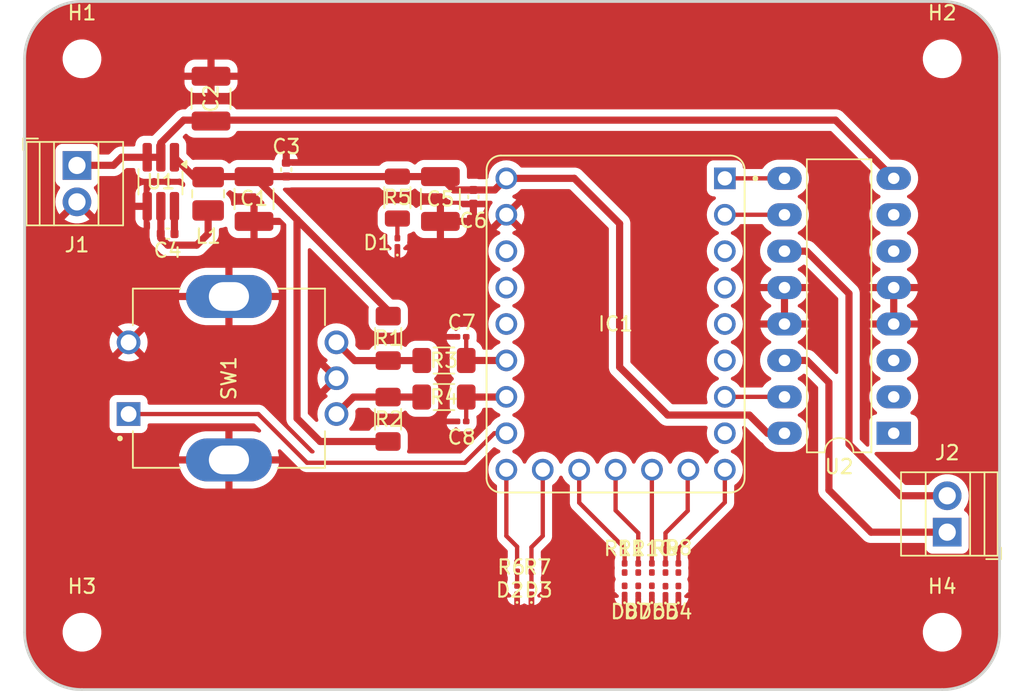
<source format=kicad_pcb>
(kicad_pcb (version 20240108) (generator "pcbnew") (generator_version "8.0")
  (layers (0 "F.Cu" signal) (31 "B.Cu" power) (34 "B.Paste" user) (35 "F.Paste" user) (36 "B.SilkS" user "B.Silkscreen") (37 "F.SilkS" user "F.Silkscreen") (38 "B.Mask" user) (39 "F.Mask" user) (44 "Edge.Cuts" user))
  (net 0 "")
  (net 1 "+5V")
  (net 2 "GND")
  (net 3 "+12V")
  (net 4 "LEFTpin")
  (net 5 "S1")
  (net 6 "S2")
  (net 7 "Apin")
  (net 8 "MpinPWM")
  (net 9 "S5")
  (net 10 "S4")
  (net 12 "MpinA")
  (net 13 "SW")
  (net 14 "S3")
  (net 15 "RIGHTpin")
  (net 17 "MpinB")
  (net 18 "Bpin")
  (net 21 "Net-(J2-Pin_1)")
  (net 22 "Net-(J2-Pin_2)")
  (net 23 "Net-(U1-SW)")
  (net 24 "Net-(D1-A)")
  (net 25 "Net-(R1-Pad2)")
  (net 26 "Net-(R2-Pad1)")
  (net 27 "Net-(U1-BST)")
  (net 28 "Net-(D2-A)")
  (net 29 "Net-(D3-A)")
  (net 30 "Net-(D4-A)")
  (net 31 "Net-(D5-A)")
  (net 32 "Net-(D6-A)")
  (net 33 "Net-(D7-A)")
  (net 34 "Net-(D8-A)")
  (footprint "Package_TO_SOT_SMD:TSOT-23-6_HandSoldering" (layer "F.Cu") (at 137.5 91.58 -90)
    (property "Reference" "U1" (at 0 0 0) (layer "F.SilkS"))
    (property "Value" "AP63200WU")
    (fp_line (start -0.88 1.56) (end 0.88 1.56) (stroke (width 0.12)) (layer "F.SilkS"))
    (fp_line (start 0.08 -1.51) (end -0.72 -1.51) (stroke (width 0.12)) (layer "F.SilkS"))
    (fp_line (start 0.08 -1.51) (end 0.88 -1.51) (stroke (width 0.12)) (layer "F.SilkS"))
    (fp_poly (pts (xy -1.22 -1.46) (xy -1.46 -1.79) (xy -0.98 -1.79) (xy -1.22 -1.46)) (stroke (width 0.12)) (fill solid) (layer "F.SilkS"))
    (pad "1" smd roundrect (at -1.71 -0.95 270) (size 2 0.65) (layers "F.Cu" "F.Paste" "F.Mask") (net 1 "+5V"))
    (pad "2" smd roundrect (at -1.71 0 270) (size 2 0.65) (layers "F.Cu" "F.Paste" "F.Mask") (net 3 "+12V"))
    (pad "3" smd roundrect (at -1.71 0.95 270) (size 2 0.65) (layers "F.Cu" "F.Paste" "F.Mask") (net 3 "+12V"))
    (pad "4" smd roundrect (at 1.71 0.95 270) (size 2 0.65) (layers "F.Cu" "F.Paste" "F.Mask") (net 2 "GND"))
    (pad "5" smd roundrect (at 1.71 0 270) (size 2 0.65) (layers "F.Cu" "F.Paste" "F.Mask") (net 23 "Net-(U1-SW)"))
    (pad "6" smd roundrect (at 1.71 -0.95 270) (size 2 0.65) (layers "F.Cu" "F.Paste" "F.Mask") (net 27 "Net-(U1-BST)"))
  )
  (footprint "LED_SMD:LED_0201_0603Metric" (layer "F.Cu") (at 163.35 120.06 90)
    (property "Reference" "D2" (at 0 -1.5 0) (layer "F.SilkS"))
    (property "Value" "LEFT")
    (fp_circle (center -0.86 0) (end -0.81 0) (stroke (width 0.1)) (fill none) (layer "F.SilkS"))
    (pad "1" smd roundrect (at -0.32 0 90) (size 0.46 0.4) (layers "F.Cu" "F.Mask") (net 2 "GND"))
    (pad "2" smd roundrect (at 0.32 0 90) (size 0.46 0.4) (layers "F.Cu" "F.Mask") (net 28 "Net-(D2-A)"))
  )
  (footprint "Resistor_SMD:R_0201_0603Metric" (layer "F.Cu") (at 170.8 118.515 -90)
    (property "Reference" "R11" (at -1.35 0 0) (layer "F.SilkS"))
    (property "Value" "1K")
    (pad "1" smd roundrect (at -0.32 0 270) (size 0.46 0.4) (layers "F.Cu" "F.Mask") (net 10 "S4"))
    (pad "2" smd roundrect (at 0.32 0 270) (size 0.46 0.4) (layers "F.Cu" "F.Mask") (net 33 "Net-(D7-A)"))
  )
  (footprint "Resistor_SMD:R_1206_3216Metric_Pad1.30x1.75mm_HandSolder" (layer "F.Cu") (at 153.36 102.5 -90)
    (property "Reference" "R1" (at 0 0 0) (layer "F.SilkS"))
    (property "Value" "10K")
    (fp_line (start -0.727064 0.91) (end 0.727064 0.91) (stroke (width 0.12)) (layer "F.SilkS"))
    (fp_line (start -0.727064 -0.91) (end 0.727064 -0.91) (stroke (width 0.12)) (layer "F.SilkS"))
    (pad "1" smd roundrect (at -1.55 0 270) (size 1.3 1.75) (layers "F.Cu" "F.Paste" "F.Mask") (roundrect_rratio 0.192308) (net 1 "+5V"))
    (pad "2" smd roundrect (at 1.55 0 270) (size 1.3 1.75) (layers "F.Cu" "F.Paste" "F.Mask") (roundrect_rratio 0.192308) (net 25 "Net-(R1-Pad2)"))
  )
  (footprint "Resistor_SMD:R_1206_3216Metric_Pad1.30x1.75mm_HandSolder" (layer "F.Cu") (at 157.25 106.595)
    (property "Reference" "R4" (at 0 0 0) (layer "F.SilkS"))
    (property "Value" "10K")
    (fp_line (start -0.727064 -0.91) (end 0.727064 -0.91) (stroke (width 0.12)) (layer "F.SilkS"))
    (fp_line (start -0.727064 0.91) (end 0.727064 0.91) (stroke (width 0.12)) (layer "F.SilkS"))
    (pad "1" smd roundrect (at -1.55 0) (size 1.3 1.75) (layers "F.Cu" "F.Paste" "F.Mask") (roundrect_rratio 0.192308) (net 26 "Net-(R2-Pad1)"))
    (pad "2" smd roundrect (at 1.55 0) (size 1.3 1.75) (layers "F.Cu" "F.Paste" "F.Mask") (roundrect_rratio 0.192308) (net 7 "Apin"))
  )
  (footprint "MountingHole:MountingHole_2.2mm_M2" (layer "F.Cu") (at 132 83)
    (property "Reference" "H1" (at 0 -3.2 0) (layer "F.SilkS"))
    (property "Value" "MountingHole")
    (pad "" np_thru_hole circle (at 0 0) (size 2.2 2.2) (drill 2.2) (layers "*.Cu" "*.Mask"))
  )
  (footprint "LED_SMD:LED_0201_0603Metric" (layer "F.Cu") (at 169.85 120.085 90)
    (property "Reference" "D8" (at -1.48 0 0) (layer "F.SilkS"))
    (property "Value" "S5")
    (fp_circle (center -0.86 0) (end -0.81 0) (stroke (width 0.1)) (fill none) (layer "F.SilkS"))
    (pad "1" smd roundrect (at -0.32 0 90) (size 0.46 0.4) (layers "F.Cu" "F.Mask") (net 2 "GND"))
    (pad "2" smd roundrect (at 0.32 0 90) (size 0.46 0.4) (layers "F.Cu" "F.Mask") (net 34 "Net-(D8-A)"))
  )
  (footprint "Resistor_SMD:R_0201_0603Metric" (layer "F.Cu") (at 163.35 118.46 -90)
    (property "Reference" "R6" (at 0 1.4 0) (layer "F.SilkS"))
    (property "Value" "1K")
    (pad "1" smd roundrect (at -0.32 0 270) (size 0.46 0.4) (layers "F.Cu" "F.Mask") (net 4 "LEFTpin"))
    (pad "2" smd roundrect (at 0.32 0 270) (size 0.46 0.4) (layers "F.Cu" "F.Mask") (net 28 "Net-(D2-A)"))
  )
  (footprint "MountingHole:MountingHole_2.2mm_M2" (layer "F.Cu") (at 132 123)
    (property "Reference" "H3" (at 0 -3.2 0) (layer "F.SilkS"))
    (property "Value" "MountingHole")
    (pad "" np_thru_hole circle (at 0 0) (size 2.2 2.2) (drill 2.2) (layers "*.Cu" "*.Mask"))
  )
  (footprint "LED_SMD:LED_0201_0603Metric" (layer "F.Cu") (at 170.8 120.085 90)
    (property "Reference" "D7" (at -1.48 -0.05 0) (layer "F.SilkS"))
    (property "Value" "S4")
    (fp_circle (center -0.86 0) (end -0.81 0) (stroke (width 0.1)) (fill none) (layer "F.SilkS"))
    (pad "1" smd roundrect (at -0.32 0 90) (size 0.46 0.4) (layers "F.Cu" "F.Mask") (net 2 "GND"))
    (pad "2" smd roundrect (at 0.32 0 90) (size 0.46 0.4) (layers "F.Cu" "F.Mask") (net 33 "Net-(D7-A)"))
  )
  (footprint "MountingHole:MountingHole_2.2mm_M2" (layer "F.Cu") (at 192 123)
    (property "Reference" "H4" (at 0 -3.2 0) (layer "F.SilkS"))
    (property "Value" "MountingHole")
    (pad "" np_thru_hole circle (at 0 0) (size 2.2 2.2) (drill 2.2) (layers "*.Cu" "*.Mask"))
  )
  (footprint "Resistor_SMD:R_1206_3216Metric_Pad1.30x1.75mm_HandSolder" (layer "F.Cu") (at 153.35 108.145 -90)
    (property "Reference" "R2" (at 0 -0.05 0) (layer "F.SilkS"))
    (property "Value" "10K")
    (fp_line (start -0.727064 0.91) (end 0.727064 0.91) (stroke (width 0.12)) (layer "F.SilkS"))
    (fp_line (start -0.727064 -0.91) (end 0.727064 -0.91) (stroke (width 0.12)) (layer "F.SilkS"))
    (pad "1" smd roundrect (at -1.55 0 270) (size 1.3 1.75) (layers "F.Cu" "F.Paste" "F.Mask") (roundrect_rratio 0.192308) (net 26 "Net-(R2-Pad1)"))
    (pad "2" smd roundrect (at 1.55 0 270) (size 1.3 1.75) (layers "F.Cu" "F.Paste" "F.Mask") (roundrect_rratio 0.192308) (net 1 "+5V"))
  )
  (footprint "Capacitor_SMD:C_0402_1005Metric" (layer "F.Cu") (at 159.3 92.63 90)
    (property "Reference" "C6" (at -1.65 0 0) (layer "F.SilkS"))
    (property "Value" "100nf")
    (fp_line (start -0.107836 -0.36) (end 0.107836 -0.36) (stroke (width 0.12)) (layer "F.SilkS"))
    (fp_line (start -0.107836 0.36) (end 0.107836 0.36) (stroke (width 0.12)) (layer "F.SilkS"))
    (pad "1" smd roundrect (at -0.48 0 90) (size 0.56 0.62) (layers "F.Cu" "F.Paste" "F.Mask") (net 2 "GND"))
    (pad "2" smd roundrect (at 0.48 0 90) (size 0.56 0.62) (layers "F.Cu" "F.Paste" "F.Mask") (net 1 "+5V"))
  )
  (footprint "Capacitor_SMD:C_0201_0603Metric" (layer "F.Cu") (at 158.48 108.295 180)
    (property "Reference" "C8" (at 0 -1.1 0) (layer "F.SilkS"))
    (property "Value" "0.1uf")
    (pad "1" smd roundrect (at -0.32 0 180) (size 0.46 0.4) (layers "F.Cu" "F.Mask") (net 7 "Apin"))
    (pad "2" smd roundrect (at 0.32 0 180) (size 0.46 0.4) (layers "F.Cu" "F.Mask") (net 2 "GND"))
  )
  (footprint "Package_DIP:DIP-16_W7.62mm_LongPads" (layer "F.Cu") (at 188.62 109.12 180)
    (property "Reference" "U2" (at 3.81 -2.33 360) (layer "F.SilkS"))
    (property "Value" "L293D")
    (fp_line (start 6.06 19.11) (end 6.06 -1.33) (stroke (width 0.12)) (layer "F.SilkS"))
    (fp_line (start 6.06 -1.33) (end 4.81 -1.33) (stroke (width 0.12)) (layer "F.SilkS"))
    (fp_line (start 2.81 -1.33) (end 1.56 -1.33) (stroke (width 0.12)) (layer "F.SilkS"))
    (fp_line (start 1.56 19.11) (end 6.06 19.11) (stroke (width 0.12)) (layer "F.SilkS"))
    (fp_line (start 1.56 -1.33) (end 1.56 19.11) (stroke (width 0.12)) (layer "F.SilkS"))
    (fp_arc (start 4.81 -1.33) (mid 3.81 -0.33) (end 2.81 -1.33) (stroke (width 0.12)) (layer "F.SilkS"))
    (pad "1" thru_hole rect (at 0 0 180) (size 2.4 1.6) (drill 0.8) (layers "*.Cu" "*.Mask"))
    (pad "2" thru_hole oval (at 0 2.54 180) (size 2.4 1.6) (drill 0.8) (layers "*.Cu" "*.Mask"))
    (pad "3" thru_hole oval (at 0 5.08 180) (size 2.4 1.6) (drill 0.8) (layers "*.Cu" "*.Mask"))
    (pad "4" thru_hole oval (at 0 7.62 180) (size 2.4 1.6) (drill 0.8) (layers "*.Cu" "*.Mask") (net 2 "GND"))
    (pad "5" thru_hole oval (at 0 10.16 180) (size 2.4 1.6) (drill 0.8) (layers "*.Cu" "*.Mask") (net 2 "GND"))
    (pad "6" thru_hole oval (at 0 12.7 180) (size 2.4 1.6) (drill 0.8) (layers "*.Cu" "*.Mask"))
    (pad "7" thru_hole oval (at 0 15.24 180) (size 2.4 1.6) (drill 0.8) (layers "*.Cu" "*.Mask"))
    (pad "8" thru_hole oval (at 0 17.78 180) (size 2.4 1.6) (drill 0.8) (layers "*.Cu" "*.Mask") (net 3 "+12V"))
    (pad "9" thru_hole oval (at 7.62 17.78 180) (size 2.4 1.6) (drill 0.8) (layers "*.Cu" "*.Mask") (net 8 "MpinPWM"))
    (pad "10" thru_hole oval (at 7.62 15.24 180) (size 2.4 1.6) (drill 0.8) (layers "*.Cu" "*.Mask") (net 12 "MpinA"))
    (pad "11" thru_hole oval (at 7.62 12.7 180) (size 2.4 1.6) (drill 0.8) (layers "*.Cu" "*.Mask") (net 22 "Net-(J2-Pin_2)"))
    (pad "12" thru_hole oval (at 7.62 10.16 180) (size 2.4 1.6) (drill 0.8) (layers "*.Cu" "*.Mask") (net 2 "GND"))
    (pad "13" thru_hole oval (at 7.62 7.62 180) (size 2.4 1.6) (drill 0.8) (layers "*.Cu" "*.Mask") (net 2 "GND"))
    (pad "14" thru_hole oval (at 7.62 5.08 180) (size 2.4 1.6) (drill 0.8) (layers "*.Cu" "*.Mask") (net 21 "Net-(J2-Pin_1)"))
    (pad "15" thru_hole oval (at 7.62 2.54 180) (size 2.4 1.6) (drill 0.8) (layers "*.Cu" "*.Mask") (net 17 "MpinB"))
    (pad "16" thru_hole oval (at 7.62 0 180) (size 2.4 1.6) (drill 0.8) (layers "*.Cu" "*.Mask") (net 1 "+5V"))
  )
  (footprint "Resistor_SMD:R_1206_3216Metric_Pad1.30x1.75mm_HandSolder" (layer "F.Cu") (at 157.25 104.045)
    (property "Reference" "R3" (at 0 0 0) (layer "F.SilkS"))
    (property "Value" "10K")
    (fp_line (start -0.727064 -0.91) (end 0.727064 -0.91) (stroke (width 0.12)) (layer "F.SilkS"))
    (fp_line (start -0.727064 0.91) (end 0.727064 0.91) (stroke (width 0.12)) (layer "F.SilkS"))
    (pad "1" smd roundrect (at -1.55 0) (size 1.3 1.75) (layers "F.Cu" "F.Paste" "F.Mask") (roundrect_rratio 0.192308) (net 25 "Net-(R1-Pad2)"))
    (pad "2" smd roundrect (at 1.55 0) (size 1.3 1.75) (layers "F.Cu" "F.Paste" "F.Mask") (roundrect_rratio 0.192308) (net 18 "Bpin"))
  )
  (footprint "Resistor_SMD:R_0201_0603Metric" (layer "F.Cu") (at 173.6 118.515 -90)
    (property "Reference" "R8" (at -1.4 0 0) (layer "F.SilkS"))
    (property "Value" "1K")
    (pad "1" smd roundrect (at -0.32 0 270) (size 0.46 0.4) (layers "F.Cu" "F.Mask") (net 5 "S1"))
    (pad "2" smd roundrect (at 0.32 0 270) (size 0.46 0.4) (layers "F.Cu" "F.Mask") (net 30 "Net-(D4-A)"))
  )
  (footprint "PEC11R-4215F-S0024:XDCR_PEC11R-4215F-S0024" (layer "F.Cu") (at 142.25 105.28 90)
    (property "Reference" "SW1" (at 0 0 90) (layer "F.SilkS"))
    (property "Value" "~")
    (fp_line (start 6.25 -6.7) (end 6.25 -3.4) (stroke (width 0.127)) (layer "F.SilkS"))
    (fp_line (start 3.7 -6.7) (end 6.25 -6.7) (stroke (width 0.127)) (layer "F.SilkS"))
    (fp_line (start -6.25 -6.7) (end -3.7 -6.7) (stroke (width 0.127)) (layer "F.SilkS"))
    (fp_line (start -6.25 -3.4) (end -6.25 -6.7) (stroke (width 0.127)) (layer "F.SilkS"))
    (fp_line (start -6.25 3.4) (end -6.25 6.7) (stroke (width 0.127)) (layer "F.SilkS"))
    (fp_line (start 6.25 6.7) (end 6.25 3.4) (stroke (width 0.127)) (layer "F.SilkS"))
    (fp_line (start 3.7 6.7) (end 6.25 6.7) (stroke (width 0.127)) (layer "F.SilkS"))
    (fp_line (start -6.25 6.7) (end -3.7 6.7) (stroke (width 0.127)) (layer "F.SilkS"))
    (fp_circle (center -4.2 -7.6) (end -4.1 -7.6) (stroke (width 0.2)) (fill none) (layer "F.SilkS"))
    (pad "A" thru_hole circle (at -2.5 7.5 90) (size 1.65 1.65) (drill 1.1) (layers "*.Cu" "*.Mask") (net 26 "Net-(R2-Pad1)"))
    (pad "B" thru_hole circle (at 2.5 7.5 90) (size 1.65 1.65) (drill 1.1) (layers "*.Cu" "*.Mask") (net 25 "Net-(R1-Pad2)"))
    (pad "C" thru_hole circle (at 0 7.5 90) (size 1.65 1.65) (drill 1.1) (layers "*.Cu" "*.Mask") (net 2 "GND"))
    (pad "S1" thru_hole rect (at -2.5 -7 90) (size 1.65 1.65) (drill 1.1) (layers "*.Cu" "*.Mask") (net 13 "SW"))
    (pad "S2" thru_hole circle (at 2.5 -7 90) (size 1.65 1.65) (drill 1.1) (layers "*.Cu" "*.Mask") (net 2 "GND"))
    (pad "SHIELD" thru_hole oval (at -5.7 0 90) (size 3 6) (drill oval 2 2.8) (layers "*.Cu" "*.Mask") (net 2 "GND"))
    (pad "SHIELD" thru_hole oval (at 5.7 0 90) (size 3 6) (drill oval 2 2.8) (layers "*.Cu" "*.Mask") (net 2 "GND"))
  )
  (footprint "LED_SMD:LED_0201_0603Metric" (layer "F.Cu") (at 173.6 120.095 90)
    (property "Reference" "D4" (at -1.48 0 0) (layer "F.SilkS"))
    (property "Value" "S1")
    (fp_circle (center -0.86 0) (end -0.81 0) (stroke (width 0.1)) (fill none) (layer "F.SilkS"))
    (pad "1" smd roundrect (at -0.32 0 90) (size 0.46 0.4) (layers "F.Cu" "F.Mask") (net 2 "GND"))
    (pad "2" smd roundrect (at 0.32 0 90) (size 0.46 0.4) (layers "F.Cu" "F.Mask") (net 30 "Net-(D4-A)"))
  )
  (footprint "LED_SMD:LED_0201_0603Metric" (layer "F.Cu") (at 172.7 120.105 90)
    (property "Reference" "D5" (at -1.48 0 0) (layer "F.SilkS"))
    (property "Value" "S2")
    (fp_circle (center -0.86 0) (end -0.81 0) (stroke (width 0.1)) (fill none) (layer "F.SilkS"))
    (pad "1" smd roundrect (at -0.32 0 90) (size 0.46 0.4) (layers "F.Cu" "F.Mask") (net 2 "GND"))
    (pad "2" smd roundrect (at 0.32 0 90) (size 0.46 0.4) (layers "F.Cu" "F.Mask") (net 31 "Net-(D5-A)"))
  )
  (footprint "MountingHole:MountingHole_2.2mm_M2" (layer "F.Cu") (at 192 83)
    (property "Reference" "H2" (at 0 -3.2 0) (layer "F.SilkS"))
    (property "Value" "MountingHole")
    (pad "" np_thru_hole circle (at 0 0) (size 2.2 2.2) (drill 2.2) (layers "*.Cu" "*.Mask"))
  )
  (footprint "Resistor_SMD:R_1206_3216Metric" (layer "F.Cu") (at 154 92.68 -90)
    (property "Reference" "R5" (at 0 0 180) (layer "F.SilkS"))
    (property "Value" "1K")
    (fp_line (start -0.727064 0.91) (end 0.727064 0.91) (stroke (width 0.12)) (layer "F.SilkS"))
    (fp_line (start -0.727064 -0.91) (end 0.727064 -0.91) (stroke (width 0.12)) (layer "F.SilkS"))
    (pad "1" smd roundrect (at -1.4625 0 270) (size 1.125 1.75) (layers "F.Cu" "F.Paste" "F.Mask") (roundrect_rratio 0.222222) (net 1 "+5V"))
    (pad "2" smd roundrect (at 1.4625 0 270) (size 1.125 1.75) (layers "F.Cu" "F.Paste" "F.Mask") (roundrect_rratio 0.222222) (net 24 "Net-(D1-A)"))
  )
  (footprint "Resistor_SMD:R_0201_0603Metric" (layer "F.Cu") (at 171.75 118.51 -90)
    (property "Reference" "R10" (at -1.35 0 0) (layer "F.SilkS"))
    (property "Value" "1K")
    (pad "1" smd roundrect (at -0.32 0 270) (size 0.46 0.4) (layers "F.Cu" "F.Mask") (net 14 "S3"))
    (pad "2" smd roundrect (at 0.32 0 270) (size 0.46 0.4) (layers "F.Cu" "F.Mask") (net 32 "Net-(D6-A)"))
  )
  (footprint "Resistor_SMD:R_0201_0603Metric" (layer "F.Cu") (at 169.85 118.515 -90)
    (property "Reference" "R12" (at -1.35 0 0) (layer "F.SilkS"))
    (property "Value" "1K")
    (pad "1" smd roundrect (at -0.32 0 270) (size 0.46 0.4) (layers "F.Cu" "F.Mask") (net 9 "S5"))
    (pad "2" smd roundrect (at 0.32 0 270) (size 0.46 0.4) (layers "F.Cu" "F.Mask") (net 34 "Net-(D8-A)"))
  )
  (footprint "TerminalBlock:TerminalBlock_Xinya_XY308-2.54-2P_1x02_P2.54mm_Horizontal" (layer "F.Cu") (at 192.35 116.02 90)
    (property "Reference" "J2" (at 5.54 0 0) (layer "F.SilkS"))
    (property "Value" "01x02")
    (fp_line (start 4.18 -3.22) (end 4.18 3.52) (stroke (width 0.12)) (layer "F.SilkS"))
    (fp_line (start -1.64 -3.22) (end 4.18 -3.22) (stroke (width 0.12)) (layer "F.SilkS"))
    (fp_line (start -1.64 -3.22) (end -1.64 3.52) (stroke (width 0.12)) (layer "F.SilkS"))
    (fp_line (start -1.64 -1.501) (end 4.18 -1.501) (stroke (width 0.12)) (layer "F.SilkS"))
    (fp_line (start -1.64 1.6) (end 4.18 1.6) (stroke (width 0.12)) (layer "F.SilkS"))
    (fp_line (start -1.64 2.6) (end 4.18 2.6) (stroke (width 0.12)) (layer "F.SilkS"))
    (fp_line (start -1.88 2.72) (end -1.88 3.76) (stroke (width 0.12)) (layer "F.SilkS"))
    (fp_line (start -1.64 3.52) (end 4.18 3.52) (stroke (width 0.12)) (layer "F.SilkS"))
    (fp_line (start -1.88 3.76) (end -1.08 3.76) (stroke (width 0.12)) (layer "F.SilkS"))
    (pad "1" thru_hole rect (at 0 0 90) (size 2 2) (drill 1.2) (layers "*.Cu" "*.Mask") (net 21 "Net-(J2-Pin_1)"))
    (pad "2" thru_hole circle (at 2.54 0 90) (size 2 2) (drill 1.2) (layers "*.Cu" "*.Mask") (net 22 "Net-(J2-Pin_2)"))
  )
  (footprint "Capacitor_SMD:C_0201_0603Metric" (layer "F.Cu") (at 158.48 102.395 180)
    (property "Reference" "C7" (at 0 1 0) (layer "F.SilkS"))
    (property "Value" "0.1uf")
    (pad "1" smd roundrect (at -0.32 0 180) (size 0.46 0.4) (layers "F.Cu" "F.Mask") (net 18 "Bpin"))
    (pad "2" smd roundrect (at 0.32 0 180) (size 0.46 0.4) (layers "F.Cu" "F.Mask") (net 2 "GND"))
  )
  (footprint "Capacitor_SMD:C_0402_1005Metric" (layer "F.Cu") (at 137.975 95.2 180)
    (property "Reference" "C4" (at 0 -1.16 180) (layer "F.SilkS"))
    (property "Value" "100nf")
    (fp_line (start -0.107836 0.36) (end 0.107836 0.36) (stroke (width 0.12)) (layer "F.SilkS"))
    (fp_line (start -0.107836 -0.36) (end 0.107836 -0.36) (stroke (width 0.12)) (layer "F.SilkS"))
    (pad "1" smd roundrect (at -0.48 0 180) (size 0.56 0.62) (layers "F.Cu" "F.Paste" "F.Mask") (net 27 "Net-(U1-BST)"))
    (pad "2" smd roundrect (at 0.48 0 180) (size 0.56 0.62) (layers "F.Cu" "F.Paste" "F.Mask") (net 23 "Net-(U1-SW)"))
  )
  (footprint "Resistor_SMD:R_0201_0603Metric" (layer "F.Cu") (at 162.35 118.46 -90)
    (property "Reference" "R7" (at 0 -1.4 0) (layer "F.SilkS"))
    (property "Value" "1K")
    (pad "1" smd roundrect (at -0.32 0 270) (size 0.46 0.4) (layers "F.Cu" "F.Mask") (net 15 "RIGHTpin"))
    (pad "2" smd roundrect (at 0.32 0 270) (size 0.46 0.4) (layers "F.Cu" "F.Mask") (net 29 "Net-(D3-A)"))
  )
  (footprint "Capacitor_SMD:C_0402_1005Metric" (layer "F.Cu") (at 146.25 90.73 90)
    (property "Reference" "C3" (at 1.6 0 0) (layer "F.SilkS"))
    (property "Value" "22uf")
    (fp_line (start -0.107836 -0.36) (end 0.107836 -0.36) (stroke (width 0.12)) (layer "F.SilkS"))
    (fp_line (start -0.107836 0.36) (end 0.107836 0.36) (stroke (width 0.12)) (layer "F.SilkS"))
    (pad "1" smd roundrect (at -0.48 0 90) (size 0.56 0.62) (layers "F.Cu" "F.Paste" "F.Mask") (net 1 "+5V"))
    (pad "2" smd roundrect (at 0.48 0 90) (size 0.56 0.62) (layers "F.Cu" "F.Paste" "F.Mask") (net 2 "GND"))
  )
  (footprint "TerminalBlock:TerminalBlock_Xinya_XY308-2.54-2P_1x02_P2.54mm_Horizontal" (layer "F.Cu") (at 131.65 90.44 -90)
    (property "Reference" "J1" (at 5.54 0 0) (layer "F.SilkS"))
    (property "Value" "01x02")
    (fp_line (start -1.88 3.76) (end -1.08 3.76) (stroke (width 0.12)) (layer "F.SilkS"))
    (fp_line (start -1.64 3.52) (end 4.18 3.52) (stroke (width 0.12)) (layer "F.SilkS"))
    (fp_line (start -1.88 2.72) (end -1.88 3.76) (stroke (width 0.12)) (layer "F.SilkS"))
    (fp_line (start -1.64 2.6) (end 4.18 2.6) (stroke (width 0.12)) (layer "F.SilkS"))
    (fp_line (start -1.64 1.6) (end 4.18 1.6) (stroke (width 0.12)) (layer "F.SilkS"))
    (fp_line (start -1.64 -1.501) (end 4.18 -1.501) (stroke (width 0.12)) (layer "F.SilkS"))
    (fp_line (start -1.64 -3.22) (end -1.64 3.52) (stroke (width 0.12)) (layer "F.SilkS"))
    (fp_line (start -1.64 -3.22) (end 4.18 -3.22) (stroke (width 0.12)) (layer "F.SilkS"))
    (fp_line (start 4.18 -3.22) (end 4.18 3.52) (stroke (width 0.12)) (layer "F.SilkS"))
    (pad "1" thru_hole rect (at 0 0 270) (size 2 2) (drill 1.2) (layers "*.Cu" "*.Mask") (net 3 "+12V"))
    (pad "2" thru_hole circle (at 2.54 0 270) (size 2 2) (drill 1.2) (layers "*.Cu" "*.Mask") (net 2 "GND"))
  )
  (footprint "Capacitor_SMD:C_1210_3225Metric_Pad1.33x2.70mm_HandSolder" (layer "F.Cu") (at 144 92.78 -90)
    (property "Reference" "C1" (at -0.04 0 0) (layer "F.SilkS"))
    (property "Value" "22uf")
    (fp_line (start -0.711252 1.36) (end 0.711252 1.36) (stroke (width 0.12)) (layer "F.SilkS"))
    (fp_line (start -0.711252 -1.36) (end 0.711252 -1.36) (stroke (width 0.12)) (layer "F.SilkS"))
    (pad "1" smd roundrect (at -1.5625 0 270) (size 1.325 2.7) (layers "F.Cu" "F.Paste" "F.Mask") (roundrect_rratio 0.188679) (net 1 "+5V"))
    (pad "2" smd roundrect (at 1.5625 0 270) (size 1.325 2.7) (layers "F.Cu" "F.Paste" "F.Mask") (roundrect_rratio 0.188679) (net 2 "GND"))
  )
  (footprint "LED_SMD:LED_0201_0603Metric" (layer "F.Cu") (at 171.75 120.08 90)
    (property "Reference" "D6" (at -1.48 0 0) (layer "F.SilkS"))
    (property "Value" "S3")
    (fp_circle (center -0.86 0) (end -0.81 0) (stroke (width 0.1)) (fill none) (layer "F.SilkS"))
    (pad "1" smd roundrect (at -0.32 0 90) (size 0.46 0.4) (layers "F.Cu" "F.Mask") (net 2 "GND"))
    (pad "2" smd roundrect (at 0.32 0 90) (size 0.46 0.4) (layers "F.Cu" "F.Mask") (net 32 "Net-(D6-A)"))
  )
  (footprint "Capacitor_SMD:C_1210_3225Metric_Pad1.33x2.70mm_HandSolder" (layer "F.Cu") (at 141 85.78 90)
    (property "Reference" "C2" (at 0 0 90) (layer "F.SilkS"))
    (property "Value" "22uf")
    (fp_line (start -0.711252 -1.36) (end 0.711252 -1.36) (stroke (width 0.12)) (layer "F.SilkS"))
    (fp_line (start -0.711252 1.36) (end 0.711252 1.36) (stroke (width 0.12)) (layer "F.SilkS"))
    (pad "1" smd roundrect (at -1.5625 0 90) (size 1.325 2.7) (layers "F.Cu" "F.Paste" "F.Mask") (roundrect_rratio 0.188679) (net 3 "+12V"))
    (pad "2" smd roundrect (at 1.5625 0 90) (size 1.325 2.7) (layers "F.Cu" "F.Paste" "F.Mask") (roundrect_rratio 0.188679) (net 2 "GND"))
  )
  (footprint "Capacitor_SMD:C_1210_3225Metric_Pad1.33x2.70mm_HandSolder" (layer "F.Cu") (at 157 92.78 -90)
    (property "Reference" "C5" (at 0 0 0) (layer "F.SilkS"))
    (property "Value" "10uf")
    (fp_line (start -0.711252 1.36) (end 0.711252 1.36) (stroke (width 0.12)) (layer "F.SilkS"))
    (fp_line (start -0.711252 -1.36) (end 0.711252 -1.36) (stroke (width 0.12)) (layer "F.SilkS"))
    (pad "1" smd roundrect (at -1.5625 0 270) (size 1.325 2.7) (layers "F.Cu" "F.Paste" "F.Mask") (roundrect_rratio 0.188679) (net 1 "+5V"))
    (pad "2" smd roundrect (at 1.5625 0 270) (size 1.325 2.7) (layers "F.Cu" "F.Paste" "F.Mask") (roundrect_rratio 0.188679) (net 2 "GND"))
  )
  (footprint "LED_SMD:LED_0201_0603Metric" (layer "F.Cu") (at 154 95.83 90)
    (property "Reference" "D1" (at 0.003178 -1.4 0) (layer "F.SilkS"))
    (property "Value" "PWR")
    (fp_circle (center -0.86 0) (end -0.81 0) (stroke (width 0.1)) (fill none) (layer "F.SilkS"))
    (pad "1" smd roundrect (at -0.32 0 90) (size 0.46 0.4) (layers "F.Cu" "F.Mask") (net 2 "GND"))
    (pad "2" smd roundrect (at 0.32 0 90) (size 0.46 0.4) (layers "F.Cu" "F.Mask") (net 24 "Net-(D1-A)"))
  )
  (footprint "LED_SMD:LED_0201_0603Metric" (layer "F.Cu") (at 162.35 120.06 90)
    (property "Reference" "D3" (at 0 1.5 0) (layer "F.SilkS"))
    (property "Value" "RIGHT")
    (fp_circle (center -0.86 0) (end -0.81 0) (stroke (width 0.1)) (fill none) (layer "F.SilkS"))
    (pad "1" smd roundrect (at -0.32 0 90) (size 0.46 0.4) (layers "F.Cu" "F.Mask") (net 2 "GND"))
    (pad "2" smd roundrect (at 0.32 0 90) (size 0.46 0.4) (layers "F.Cu" "F.Mask") (net 29 "Net-(D3-A)"))
  )
  (footprint "Resistor_SMD:R_0201_0603Metric" (layer "F.Cu") (at 172.7 118.515 -90)
    (property "Reference" "R9" (at -1.38 0 0) (layer "F.SilkS"))
    (property "Value" "1K")
    (pad "1" smd roundrect (at -0.32 0 270) (size 0.46 0.4) (layers "F.Cu" "F.Mask") (net 6 "S2"))
    (pad "2" smd roundrect (at 0.32 0 270) (size 0.46 0.4) (layers "F.Cu" "F.Mask") (net 31 "Net-(D5-A)"))
  )
  (footprint "Inductor_SMD:L_1008_2520Metric_Pad1.43x2.20mm_HandSolder" (layer "F.Cu") (at 140.8 92.4175 90)
    (property "Reference" "L1" (at -2.9625 0 0) (layer "F.SilkS"))
    (property "Value" "4.7uH")
    (fp_line (start -0.261252 -1.11) (end 0.261252 -1.11) (stroke (width 0.12)) (layer "F.SilkS"))
    (fp_line (start -0.261252 1.11) (end 0.261252 1.11) (stroke (width 0.12)) (layer "F.SilkS"))
    (pad "1" smd roundrect (at -1.1625 0 90) (size 1.425 2.2) (layers "F.Cu" "F.Paste" "F.Mask") (roundrect_rratio 0.175439) (net 23 "Net-(U1-SW)"))
    (pad "2" smd roundrect (at 1.1625 0 90) (size 1.425 2.2) (layers "F.Cu" "F.Paste" "F.Mask") (roundrect_rratio 0.175439) (net 1 "+5V"))
  )
  (footprint "RP2040-ZERO:MODULE_RP2040-ZERO" (layer "F.Cu") (at 169.22 101.5)
    (property "Reference" "IC1" (at 0 0 0) (layer "F.SilkS"))
    (property "Value" "RP2040-ZERO")
    (fp_line (start -9 -10.75) (end -9 10.75) (stroke (width 0.127)) (layer "F.SilkS"))
    (fp_line (start -8 11.75) (end 8 11.75) (stroke (width 0.127)) (layer "F.SilkS"))
    (fp_line (start 8 -11.75) (end -8 -11.75) (stroke (width 0.127)) (layer "F.SilkS"))
    (fp_line (start 9 10.75) (end 9 -10.75) (stroke (width 0.127)) (layer "F.SilkS"))
    (fp_arc (start -9 -10.75) (mid -8.707107 -11.457107) (end -8 -11.75) (stroke (width 0.127)) (layer "F.SilkS"))
    (fp_arc (start -8 11.75) (mid -8.707107 11.457107) (end -9 10.75) (stroke (width 0.127)) (layer "F.SilkS"))
    (fp_arc (start 8 -11.75) (mid 8.707107 -11.457107) (end 9 -10.75) (stroke (width 0.127)) (layer "F.SilkS"))
    (fp_arc (start 9 10.75) (mid 8.707107 11.457107) (end 8 11.75) (stroke (width 0.127)) (layer "F.SilkS"))
    (fp_circle (center 9.75 -10.16) (end 9.85 -10.16) (stroke (width 0.2)) (fill none) (layer "F.SilkS"))
    (pad "1" thru_hole rect (at 7.62 -10.16) (size 1.508 1.508) (drill 1) (layers "*.Cu" "*.Mask") (net 8 "MpinPWM"))
    (pad "2" thru_hole circle (at 7.62 -7.62) (size 1.508 1.508) (drill 1) (layers "*.Cu" "*.Mask") (net 12 "MpinA"))
    (pad "3" thru_hole circle (at 7.62 -5.08) (size 1.508 1.508) (drill 1) (layers "*.Cu" "*.Mask"))
    (pad "4" thru_hole circle (at 7.62 -2.54) (size 1.508 1.508) (drill 1) (layers "*.Cu" "*.Mask"))
    (pad "5" thru_hole circle (at 7.62 0) (size 1.508 1.508) (drill 1) (layers "*.Cu" "*.Mask"))
    (pad "6" thru_hole circle (at 7.62 2.54) (size 1.508 1.508) (drill 1) (layers "*.Cu" "*.Mask"))
    (pad "7" thru_hole circle (at 7.62 5.08) (size 1.508 1.508) (drill 1) (layers "*.Cu" "*.Mask") (net 17 "MpinB"))
    (pad "8" thru_hole circle (at 7.62 7.62) (size 1.508 1.508) (drill 1) (layers "*.Cu" "*.Mask"))
    (pad "9" thru_hole circle (at 7.62 10.16) (size 1.508 1.508) (drill 1) (layers "*.Cu" "*.Mask") (net 5 "S1"))
    (pad "10" thru_hole circle (at 5.08 10.16) (size 1.508 1.508) (drill 1) (layers "*.Cu" "*.Mask") (net 6 "S2"))
    (pad "11" thru_hole circle (at 2.54 10.16) (size 1.508 1.508) (drill 1) (layers "*.Cu" "*.Mask") (net 14 "S3"))
    (pad "12" thru_hole circle (at 0 10.16) (size 1.508 1.508) (drill 1) (layers "*.Cu" "*.Mask") (net 10 "S4"))
    (pad "13" thru_hole circle (at -2.54 10.16) (size 1.508 1.508) (drill 1) (layers "*.Cu" "*.Mask") (net 9 "S5"))
    (pad "14" thru_hole circle (at -5.08 10.16) (size 1.508 1.508) (drill 1) (layers "*.Cu" "*.Mask") (net 4 "LEFTpin"))
    (pad "15" thru_hole circle (at -7.62 10.16) (size 1.508 1.508) (drill 1) (layers "*.Cu" "*.Mask") (net 15 "RIGHTpin"))
    (pad "16" thru_hole circle (at -7.62 7.62) (size 1.508 1.508) (drill 1) (layers "*.Cu" "*.Mask") (net 13 "SW"))
    (pad "17" thru_hole circle (at -7.62 5.08) (size 1.508 1.508) (drill 1) (layers "*.Cu" "*.Mask") (net 7 "Apin"))
    (pad "18" thru_hole circle (at -7.62 2.54) (size 1.508 1.508) (drill 1) (layers "*.Cu" "*.Mask") (net 18 "Bpin"))
    (pad "19" thru_hole circle (at -7.62 0) (size 1.508 1.508) (drill 1) (layers "*.Cu" "*.Mask"))
    (pad "20" thru_hole circle (at -7.62 -2.54) (size 1.508 1.508) (drill 1) (layers "*.Cu" "*.Mask"))
    (pad "21" thru_hole circle (at -7.62 -5.08) (size 1.508 1.508) (drill 1) (layers "*.Cu" "*.Mask"))
    (pad "22" thru_hole circle (at -7.62 -7.62) (size 1.508 1.508) (drill 1) (layers "*.Cu" "*.Mask") (net 2 "GND"))
    (pad "23" thru_hole circle (at -7.62 -10.16) (size 1.508 1.508) (drill 1) (layers "*.Cu" "*.Mask") (net 1 "+5V"))
  )
  (gr_line (start 192 79) (end 132 79) (stroke (width 0.2)) (layer "Edge.Cuts"))
  (gr_arc (start 192 79) (mid 194.828427 80.171573) (end 196 83) (stroke (width 0.2)) (layer "Edge.Cuts"))
  (gr_line (start 196 83) (end 196 123) (stroke (width 0.2)) (layer "Edge.Cuts"))
  (gr_line (start 192 127) (end 132 127) (stroke (width 0.2)) (layer "Edge.Cuts"))
  (gr_arc (start 128 83) (mid 129.171573 80.171573) (end 132 79) (stroke (width 0.2)) (layer "Edge.Cuts"))
  (gr_arc (start 196 123) (mid 194.828427 125.828427) (end 192 127) (stroke (width 0.2)) (layer "Edge.Cuts"))
  (gr_line (start 128 83) (end 128 123) (stroke (width 0.2)) (layer "Edge.Cuts"))
  (gr_arc (start 132 127) (mid 129.171573 125.828427) (end 128 123) (stroke (width 0.2)) (layer "Edge.Cuts"))
  (segment (start 159.3 92.15) (end 157.9325 92.15) (width 0.5) (layer "F.Cu") (net 1))
  (segment (start 169.5 104.5) (end 169.5 94.5) (width 0.5) (layer "F.Cu") (net 1))
  (segment (start 147 108.08) (end 147 94.2175) (width 0.5) (layer "F.Cu") (net 1))
  (segment (start 181 109.12) (end 179.82 109.12) (width 0.5) (layer "F.Cu") (net 1))
  (segment (start 160.79 92.15) (end 161.6 91.34) (width 0.5) (layer "F.Cu") (net 1))
  (segment (start 157 91.2175) (end 144 91.2175) (width 0.5) (layer "F.Cu") (net 1))
  (segment (start 179.82 109.12) (end 178.55 107.85) (width 0.5) (layer "F.Cu") (net 1))
  (segment (start 153.36 100.5775) (end 147 94.2175) (width 0.5) (layer "F.Cu") (net 1))
  (segment (start 166.34 91.34) (end 161.6 91.34) (width 0.5) (layer "F.Cu") (net 1))
  (segment (start 139.7975 91.2175) (end 138.45 89.87) (width 0.5) (layer "F.Cu") (net 1))
  (segment (start 153.35 109.695) (end 148.615 109.695) (width 0.5) (layer "F.Cu") (net 1))
  (segment (start 147 94.2175) (end 144 91.2175) (width 0.5) (layer "F.Cu") (net 1))
  (segment (start 172.85 107.85) (end 169.5 104.5) (width 0.5) (layer "F.Cu") (net 1))
  (segment (start 148.615 109.695) (end 147 108.08) (width 0.5) (layer "F.Cu") (net 1))
  (segment (start 153.36 100.95) (end 153.36 100.5775) (width 0.5) (layer "F.Cu") (net 1))
  (segment (start 169.5 94.5) (end 166.34 91.34) (width 0.5) (layer "F.Cu") (net 1))
  (segment (start 159.3 92.15) (end 160.79 92.15) (width 0.5) (layer "F.Cu") (net 1))
  (segment (start 178.55 107.85) (end 172.85 107.85) (width 0.5) (layer "F.Cu") (net 1))
  (segment (start 144 91.2175) (end 139.7975 91.2175) (width 0.5) (layer "F.Cu") (net 1))
  (segment (start 157.9325 92.15) (end 157 91.2175) (width 0.5) (layer "F.Cu") (net 1))
  (segment (start 134.2 90.43) (end 131.66 90.43) (width 0.5) (layer "F.Cu") (net 3))
  (segment (start 139.090001 87.28) (end 137.5 88.870001) (width 0.5) (layer "F.Cu") (net 3))
  (segment (start 184.56 87.28) (end 139.090001 87.28) (width 0.5) (layer "F.Cu") (net 3))
  (segment (start 134.76 89.87) (end 134.2 90.43) (width 0.5) (layer "F.Cu") (net 3))
  (segment (start 137.5 88.870001) (end 137.5 89.87) (width 0.5) (layer "F.Cu") (net 3))
  (segment (start 136.55 89.87) (end 134.76 89.87) (width 0.5) (layer "F.Cu") (net 3))
  (segment (start 188.62 91.34) (end 184.56 87.28) (width 0.5) (layer "F.Cu") (net 3))
  (segment (start 137.5 89.87) (end 136.55 89.87) (width 0.5) (layer "F.Cu") (net 3))
  (segment (start 131.66 90.43) (end 131.65 90.44) (width 0.5) (layer "F.Cu") (net 3))
  (segment (start 164.14 116.28) (end 164.14 111.66) (width 0.3) (layer "F.Cu") (net 4))
  (segment (start 164.14 116.28) (end 163.35 117.07) (width 0.3) (layer "F.Cu") (net 4))
  (segment (start 163.35 117.07) (end 163.35 118.14) (width 0.3) (layer "F.Cu") (net 4))
  (segment (start 176.84 113.94) (end 176.84 111.66) (width 0.3) (layer "F.Cu") (net 5))
  (segment (start 173.6 118.195) (end 173.6 117.18) (width 0.3) (layer "F.Cu") (net 5))
  (segment (start 173.6 117.18) (end 176.84 113.94) (width 0.3) (layer "F.Cu") (net 5))
  (segment (start 174.25 111.71) (end 174.3 111.66) (width 0.3) (layer "F.Cu") (net 6))
  (segment (start 174.25 114.53) (end 174.25 111.71) (width 0.3) (layer "F.Cu") (net 6))
  (segment (start 172.7 116.08) (end 174.25 114.53) (width 0.3) (layer "F.Cu") (net 6))
  (segment (start 172.7 118.195) (end 172.7 116.08) (width 0.3) (layer "F.Cu") (net 6))
  (segment (start 158.8 108.295) (end 158.8 106.595) (width 0.3) (layer "F.Cu") (net 7))
  (segment (start 161.585 106.595) (end 161.6 106.58) (width 0.5) (layer "F.Cu") (net 7))
  (segment (start 158.8 106.595) (end 161.585 106.595) (width 0.5) (layer "F.Cu") (net 7))
  (segment (start 176.84 91.34) (end 181 91.34) (width 0.3) (layer "F.Cu") (net 8))
  (segment (start 169.85 117.13) (end 166.68 113.96) (width 0.3) (layer "F.Cu") (net 9))
  (segment (start 169.85 118.195) (end 169.85 117.13) (width 0.3) (layer "F.Cu") (net 9))
  (segment (start 166.68 113.96) (end 166.68 111.66) (width 0.3) (layer "F.Cu") (net 9))
  (segment (start 170.8 116.08) (end 169.22 114.5) (width 0.3) (layer "F.Cu") (net 10))
  (segment (start 170.8 118.195) (end 170.8 116.08) (width 0.3) (layer "F.Cu") (net 10))
  (segment (start 169.22 114.5) (end 169.22 111.66) (width 0.3) (layer "F.Cu") (net 10))
  (segment (start 176.84 93.88) (end 181 93.88) (width 0.3) (layer "F.Cu") (net 12))
  (segment (start 144.3 107.78) (end 135.25 107.78) (width 0.3) (layer "F.Cu") (net 13))
  (segment (start 158.7 111.18) (end 147.7 111.18) (width 0.3) (layer "F.Cu") (net 13))
  (segment (start 147.7 111.18) (end 144.3 107.78) (width 0.3) (layer "F.Cu") (net 13))
  (segment (start 160.76 109.12) (end 158.7 111.18) (width 0.3) (layer "F.Cu") (net 13))
  (segment (start 161.6 109.12) (end 160.76 109.12) (width 0.3) (layer "F.Cu") (net 13))
  (segment (start 171.75 111.67) (end 171.76 111.66) (width 0.3) (layer "F.Cu") (net 14))
  (segment (start 171.75 118.19) (end 171.75 111.67) (width 0.3) (layer "F.Cu") (net 14))
  (segment (start 161.6 116.28) (end 162.35 117.03) (width 0.3) (layer "F.Cu") (net 15))
  (segment (start 161.6 116.28) (end 161.6 111.66) (width 0.3) (layer "F.Cu") (net 15))
  (segment (start 162.35 117.03) (end 162.35 118.14) (width 0.3) (layer "F.Cu") (net 15))
  (segment (start 176.84 106.58) (end 181 106.58) (width 0.3) (layer "F.Cu") (net 17))
  (segment (start 158.8 104.045) (end 161.595 104.045) (width 0.5) (layer "F.Cu") (net 18))
  (segment (start 158.8 102.395) (end 158.8 104.045) (width 0.3) (layer "F.Cu") (net 18))
  (segment (start 161.595 104.045) (end 161.6 104.04) (width 0.5) (layer "F.Cu") (net 18))
  (segment (start 182.56 104.04) (end 181 104.04) (width 0.5) (layer "F.Cu") (net 21))
  (segment (start 184.1 105.58) (end 182.56 104.04) (width 0.5) (layer "F.Cu") (net 21))
  (segment (start 184.1 113.08) (end 184.1 105.58) (width 0.5) (layer "F.Cu") (net 21))
  (segment (start 187.04 116.02) (end 184.1 113.08) (width 0.5) (layer "F.Cu") (net 21))
  (segment (start 192.35 116.02) (end 187.04 116.02) (width 0.5) (layer "F.Cu") (net 21))
  (segment (start 182.54 96.42) (end 181 96.42) (width 0.5) (layer "F.Cu") (net 22))
  (segment (start 185.5 109.88) (end 185.5 99.38) (width 0.5) (layer "F.Cu") (net 22))
  (segment (start 189.1 113.48) (end 185.5 109.88) (width 0.5) (layer "F.Cu") (net 22))
  (segment (start 185.5 99.38) (end 182.54 96.42) (width 0.5) (layer "F.Cu") (net 22))
  (segment (start 192.35 113.48) (end 189.1 113.48) (width 0.5) (layer "F.Cu") (net 22))
  (segment (start 137.5 95.195) (end 137.495 95.2) (width 0.5) (layer "F.Cu") (net 23))
  (segment (start 140.8 95.2) (end 140.8 93.58) (width 0.5) (layer "F.Cu") (net 23))
  (segment (start 137.5 93.29) (end 137.5 95.195) (width 0.5) (layer "F.Cu") (net 23))
  (segment (start 140 96) (end 140.8 95.2) (width 0.5) (layer "F.Cu") (net 23))
  (segment (start 137.985001 96) (end 140 96) (width 0.5) (layer "F.Cu") (net 23))
  (segment (start 137.495 95.2) (end 137.495 95.509999) (width 0.5) (layer "F.Cu") (net 23))
  (segment (start 137.495 95.509999) (end 137.985001 96) (width 0.5) (layer "F.Cu") (net 23))
  (segment (start 154 94.1425) (end 154 95.51) (width 0.3) (layer "F.Cu") (net 24))
  (segment (start 155.695 104.05) (end 155.7 104.045) (width 0.5) (layer "F.Cu") (net 25))
  (segment (start 151.02 104.05) (end 149.75 102.78) (width 0.5) (layer "F.Cu") (net 25))
  (segment (start 153.36 104.05) (end 151.02 104.05) (width 0.5) (layer "F.Cu") (net 25))
  (segment (start 153.36 104.05) (end 155.695 104.05) (width 0.5) (layer "F.Cu") (net 25))
  (segment (start 153.35 106.595) (end 155.7 106.595) (width 0.5) (layer "F.Cu") (net 26))
  (segment (start 150.935 106.595) (end 149.75 107.78) (width 0.5) (layer "F.Cu") (net 26))
  (segment (start 153.35 106.595) (end 150.935 106.595) (width 0.5) (layer "F.Cu") (net 26))
  (segment (start 138.45 95.195) (end 138.455 95.2) (width 0.5) (layer "F.Cu") (net 27))
  (segment (start 138.45 93.29) (end 138.45 95.195) (width 0.5) (layer "F.Cu") (net 27))
  (segment (start 163.35 118.78) (end 163.35 119.74) (width 0.3) (layer "F.Cu") (net 28))
  (segment (start 162.35 118.78) (end 162.35 119.74) (width 0.3) (layer "F.Cu") (net 29))
  (zone (net 2) (net_name "GND") (layer "F.Cu") (connect_pads (clearance 0.5)) (min_thickness 0.25) (fill yes (thermal_gap 0.5) (thermal_bridge_width 0.5))
    (polygon (pts (xy 128 79) (xy 196 79) (xy 196 127) (xy 128 127)))
  )
)
</source>
